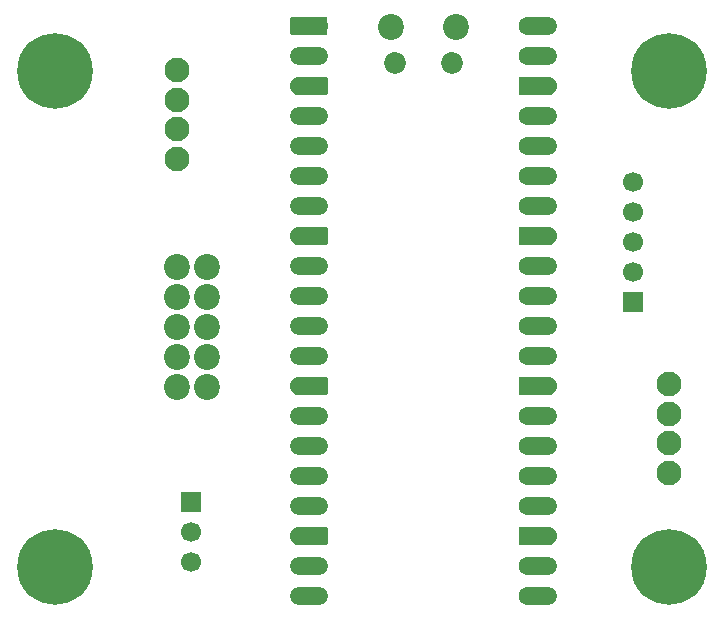
<source format=gbr>
%TF.GenerationSoftware,KiCad,Pcbnew,9.0.3*%
%TF.CreationDate,2025-08-16T20:23:23+09:00*%
%TF.ProjectId,ADF4351_with_raspberry_pi_pico,41444634-3335-4315-9f77-6974685f7261,rev?*%
%TF.SameCoordinates,Original*%
%TF.FileFunction,Soldermask,Top*%
%TF.FilePolarity,Negative*%
%FSLAX46Y46*%
G04 Gerber Fmt 4.6, Leading zero omitted, Abs format (unit mm)*
G04 Created by KiCad (PCBNEW 9.0.3) date 2025-08-16 20:23:23*
%MOMM*%
%LPD*%
G01*
G04 APERTURE LIST*
G04 Aperture macros list*
%AMRoundRect*
0 Rectangle with rounded corners*
0 $1 Rounding radius*
0 $2 $3 $4 $5 $6 $7 $8 $9 X,Y pos of 4 corners*
0 Add a 4 corners polygon primitive as box body*
4,1,4,$2,$3,$4,$5,$6,$7,$8,$9,$2,$3,0*
0 Add four circle primitives for the rounded corners*
1,1,$1+$1,$2,$3*
1,1,$1+$1,$4,$5*
1,1,$1+$1,$6,$7*
1,1,$1+$1,$8,$9*
0 Add four rect primitives between the rounded corners*
20,1,$1+$1,$2,$3,$4,$5,0*
20,1,$1+$1,$4,$5,$6,$7,0*
20,1,$1+$1,$6,$7,$8,$9,0*
20,1,$1+$1,$8,$9,$2,$3,0*%
%AMFreePoly0*
4,1,37,0.800000,0.796148,0.878414,0.796148,1.032228,0.765552,1.177117,0.705537,1.307515,0.618408,1.418408,0.507515,1.505537,0.377117,1.565552,0.232228,1.596148,0.078414,1.596148,-0.078414,1.565552,-0.232228,1.505537,-0.377117,1.418408,-0.507515,1.307515,-0.618408,1.177117,-0.705537,1.032228,-0.765552,0.878414,-0.796148,0.800000,-0.796148,0.800000,-0.800000,-1.400000,-0.800000,
-1.403843,-0.796157,-1.439018,-0.796157,-1.511114,-0.766294,-1.566294,-0.711114,-1.596157,-0.639018,-1.596157,-0.603843,-1.600000,-0.600000,-1.600000,0.600000,-1.596157,0.603843,-1.596157,0.639018,-1.566294,0.711114,-1.511114,0.766294,-1.439018,0.796157,-1.403843,0.796157,-1.400000,0.800000,0.800000,0.800000,0.800000,0.796148,0.800000,0.796148,$1*%
%AMFreePoly1*
4,1,37,0.000000,0.796148,0.078414,0.796148,0.232228,0.765552,0.377117,0.705537,0.507515,0.618408,0.618408,0.507515,0.705537,0.377117,0.765552,0.232228,0.796148,0.078414,0.796148,-0.078414,0.765552,-0.232228,0.705537,-0.377117,0.618408,-0.507515,0.507515,-0.618408,0.377117,-0.705537,0.232228,-0.765552,0.078414,-0.796148,0.000000,-0.796148,0.000000,-0.800000,-0.600000,-0.800000,
-0.603843,-0.796157,-0.639018,-0.796157,-0.711114,-0.766294,-0.766294,-0.711114,-0.796157,-0.639018,-0.796157,-0.603843,-0.800000,-0.600000,-0.800000,0.600000,-0.796157,0.603843,-0.796157,0.639018,-0.766294,0.711114,-0.711114,0.766294,-0.639018,0.796157,-0.603843,0.796157,-0.600000,0.800000,0.000000,0.800000,0.000000,0.796148,0.000000,0.796148,$1*%
%AMFreePoly2*
4,1,37,0.603843,0.796157,0.639018,0.796157,0.711114,0.766294,0.766294,0.711114,0.796157,0.639018,0.796157,0.603843,0.800000,0.600000,0.800000,-0.600000,0.796157,-0.603843,0.796157,-0.639018,0.766294,-0.711114,0.711114,-0.766294,0.639018,-0.796157,0.603843,-0.796157,0.600000,-0.800000,0.000000,-0.800000,0.000000,-0.796148,-0.078414,-0.796148,-0.232228,-0.765552,-0.377117,-0.705537,
-0.507515,-0.618408,-0.618408,-0.507515,-0.705537,-0.377117,-0.765552,-0.232228,-0.796148,-0.078414,-0.796148,0.078414,-0.765552,0.232228,-0.705537,0.377117,-0.618408,0.507515,-0.507515,0.618408,-0.377117,0.705537,-0.232228,0.765552,-0.078414,0.796148,0.000000,0.796148,0.000000,0.800000,0.600000,0.800000,0.603843,0.796157,0.603843,0.796157,$1*%
%AMFreePoly3*
4,1,37,1.403843,0.796157,1.439018,0.796157,1.511114,0.766294,1.566294,0.711114,1.596157,0.639018,1.596157,0.603843,1.600000,0.600000,1.600000,-0.600000,1.596157,-0.603843,1.596157,-0.639018,1.566294,-0.711114,1.511114,-0.766294,1.439018,-0.796157,1.403843,-0.796157,1.400000,-0.800000,-0.800000,-0.800000,-0.800000,-0.796148,-0.878414,-0.796148,-1.032228,-0.765552,-1.177117,-0.705537,
-1.307515,-0.618408,-1.418408,-0.507515,-1.505537,-0.377117,-1.565552,-0.232228,-1.596148,-0.078414,-1.596148,0.078414,-1.565552,0.232228,-1.505537,0.377117,-1.418408,0.507515,-1.307515,0.618408,-1.177117,0.705537,-1.032228,0.765552,-0.878414,0.796148,-0.800000,0.796148,-0.800000,0.800000,1.400000,0.800000,1.403843,0.796157,1.403843,0.796157,$1*%
G04 Aperture macros list end*
%ADD10C,2.200000*%
%ADD11R,1.700000X1.700000*%
%ADD12C,1.700000*%
%ADD13C,2.100000*%
%ADD14C,0.800000*%
%ADD15C,6.400000*%
%ADD16RoundRect,0.800000X-0.800000X-0.000010X0.800000X-0.000010X0.800000X0.000010X-0.800000X0.000010X0*%
%ADD17C,1.600000*%
%ADD18FreePoly0,0.000000*%
%ADD19FreePoly1,0.000000*%
%ADD20FreePoly2,0.000000*%
%ADD21FreePoly3,0.000000*%
%ADD22RoundRect,0.200000X-0.600000X-0.600000X0.600000X-0.600000X0.600000X0.600000X-0.600000X0.600000X0*%
%ADD23C,1.850000*%
G04 APERTURE END LIST*
D10*
%TO.C,J2*%
X104856000Y-92040000D03*
X102316000Y-92040000D03*
X104856000Y-94580000D03*
X102316000Y-94580000D03*
X104856000Y-97120000D03*
X102316000Y-97120000D03*
X104856000Y-99660000D03*
X102316000Y-99660000D03*
X104856000Y-102200000D03*
X102316000Y-102200000D03*
%TD*%
D11*
%TO.C,J4*%
X103500000Y-111960000D03*
D12*
X103500000Y-114500000D03*
X103500000Y-117040000D03*
%TD*%
D13*
%TO.C,J3*%
X102316000Y-75396000D03*
X102316000Y-77896000D03*
X102316000Y-80396000D03*
X102316000Y-82896000D03*
%TD*%
D14*
%TO.C,H1*%
X89600000Y-75500000D03*
X90302944Y-73802944D03*
X90302944Y-77197056D03*
X92000000Y-73100000D03*
D15*
X92000000Y-75500000D03*
D14*
X92000000Y-77900000D03*
X93697056Y-73802944D03*
X93697056Y-77197056D03*
X94400000Y-75500000D03*
%TD*%
%TO.C,H2*%
X89600000Y-117500000D03*
X90302944Y-115802944D03*
X90302944Y-119197056D03*
X92000000Y-115100000D03*
D15*
X92000000Y-117500000D03*
D14*
X92000000Y-119900000D03*
X93697056Y-115802944D03*
X93697056Y-119197056D03*
X94400000Y-117500000D03*
%TD*%
%TO.C,H3*%
X141600000Y-75500000D03*
X142302944Y-73802944D03*
X142302944Y-77197056D03*
X144000000Y-73100000D03*
D15*
X144000000Y-75500000D03*
D14*
X144000000Y-77900000D03*
X145697056Y-73802944D03*
X145697056Y-77197056D03*
X146400000Y-75500000D03*
%TD*%
D13*
%TO.C,J1*%
X144000000Y-102000000D03*
X144000000Y-104500000D03*
X144000000Y-107000000D03*
X144000000Y-109500000D03*
%TD*%
D11*
%TO.C,J5*%
X140975000Y-95050000D03*
D12*
X140975000Y-92510000D03*
X140975000Y-89970000D03*
X140975000Y-87430000D03*
X140975000Y-84890000D03*
%TD*%
D14*
%TO.C,H4*%
X141600000Y-117500000D03*
X142302944Y-115802944D03*
X142302944Y-119197056D03*
X144000000Y-115100000D03*
D15*
X144000000Y-117500000D03*
D14*
X144000000Y-119900000D03*
X145697056Y-115802944D03*
X145697056Y-119197056D03*
X146400000Y-117500000D03*
%TD*%
D16*
%TO.C,A1*%
X132880000Y-71628000D03*
D17*
X132080000Y-71628000D03*
D16*
X132880000Y-74168000D03*
D17*
X132080000Y-74168000D03*
D18*
X132880000Y-76708000D03*
D19*
X132080000Y-76708000D03*
D16*
X132880000Y-79248000D03*
D17*
X132080000Y-79248000D03*
D16*
X132880000Y-81788000D03*
D17*
X132080000Y-81788000D03*
D16*
X132880000Y-84328000D03*
D17*
X132080000Y-84328000D03*
D16*
X132880000Y-86868000D03*
D17*
X132080000Y-86868000D03*
D18*
X132880000Y-89408000D03*
D19*
X132080000Y-89408000D03*
D16*
X132880000Y-91948000D03*
D17*
X132080000Y-91948000D03*
D16*
X132880000Y-94488000D03*
D17*
X132080000Y-94488000D03*
D16*
X132880000Y-97028000D03*
D17*
X132080000Y-97028000D03*
D16*
X132880000Y-99568000D03*
D17*
X132080000Y-99568000D03*
D18*
X132880000Y-102108000D03*
D19*
X132080000Y-102108000D03*
D16*
X132880000Y-104648000D03*
D17*
X132080000Y-104648000D03*
D16*
X132880000Y-107188000D03*
D17*
X132080000Y-107188000D03*
D16*
X132880000Y-109728000D03*
D17*
X132080000Y-109728000D03*
D16*
X132880000Y-112268000D03*
D17*
X132080000Y-112268000D03*
D18*
X132880000Y-114808000D03*
D19*
X132080000Y-114808000D03*
D16*
X132880000Y-117348000D03*
D17*
X132080000Y-117348000D03*
D16*
X132880000Y-119888000D03*
D17*
X132080000Y-119888000D03*
X114300000Y-119888000D03*
D16*
X113500000Y-119888000D03*
D17*
X114300000Y-117348000D03*
D16*
X113500000Y-117348000D03*
D20*
X114300000Y-114808000D03*
D21*
X113500000Y-114808000D03*
D17*
X114300000Y-112268000D03*
D16*
X113500000Y-112268000D03*
D17*
X114300000Y-109728000D03*
D16*
X113500000Y-109728000D03*
D17*
X114300000Y-107188000D03*
D16*
X113500000Y-107188000D03*
D17*
X114300000Y-104648000D03*
D16*
X113500000Y-104648000D03*
D20*
X114300000Y-102108000D03*
D21*
X113500000Y-102108000D03*
D17*
X114300000Y-99568000D03*
D16*
X113500000Y-99568000D03*
D17*
X114300000Y-97028000D03*
D16*
X113500000Y-97028000D03*
D17*
X114300000Y-94488000D03*
D16*
X113500000Y-94488000D03*
D17*
X114300000Y-91948000D03*
D16*
X113500000Y-91948000D03*
D20*
X114300000Y-89408000D03*
D21*
X113500000Y-89408000D03*
D17*
X114300000Y-86868000D03*
D16*
X113500000Y-86868000D03*
D17*
X114300000Y-84328000D03*
D16*
X113500000Y-84328000D03*
D17*
X114300000Y-81788000D03*
D16*
X113500000Y-81788000D03*
D17*
X114300000Y-79248000D03*
D16*
X113500000Y-79248000D03*
D20*
X114300000Y-76708000D03*
D21*
X113500000Y-76708000D03*
D17*
X114300000Y-74168000D03*
D16*
X113500000Y-74168000D03*
D22*
X114300000Y-71628000D03*
D18*
X113500000Y-71628000D03*
D10*
X125915000Y-71758000D03*
D23*
X125615000Y-74788000D03*
X120765000Y-74788000D03*
D10*
X120465000Y-71758000D03*
%TD*%
M02*

</source>
